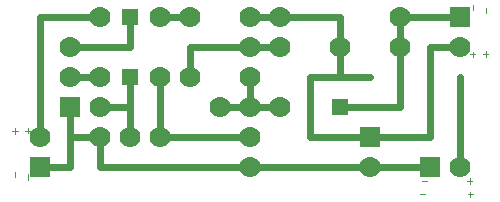
<source format=gbl>
G75*
%MOIN*%
%OFA0B0*%
%FSLAX25Y25*%
%IPPOS*%
%LPD*%
%AMOC8*
5,1,8,0,0,1.08239X$1,22.5*
%
%ADD10C,0.00300*%
%ADD11R,0.07000X0.07000*%
%ADD12C,0.07000*%
%ADD13R,0.05543X0.05543*%
%ADD14C,0.02400*%
D10*
X0008806Y0008270D02*
X0008806Y0010014D01*
X0004456Y0010811D02*
X0004456Y0009067D01*
X0004456Y0023606D02*
X0004456Y0025350D01*
X0005327Y0024478D02*
X0003584Y0024478D01*
X0007934Y0024603D02*
X0009678Y0024603D01*
X0008806Y0025475D02*
X0008806Y0023731D01*
X0139339Y0003429D02*
X0141082Y0003429D01*
X0141879Y0007779D02*
X0140135Y0007779D01*
X0155175Y0007779D02*
X0156918Y0007779D01*
X0156047Y0008651D02*
X0156047Y0006907D01*
X0156171Y0004301D02*
X0156171Y0002557D01*
X0157043Y0003429D02*
X0155299Y0003429D01*
X0156997Y0049192D02*
X0156997Y0050936D01*
X0157869Y0050064D02*
X0156125Y0050064D01*
X0160476Y0050114D02*
X0162219Y0050114D01*
X0161348Y0050985D02*
X0161348Y0049242D01*
X0161348Y0063781D02*
X0161348Y0065525D01*
X0156997Y0064653D02*
X0156997Y0066396D01*
D11*
X0152902Y0062333D03*
X0122902Y0022333D03*
X0142902Y0012333D03*
X0022902Y0032333D03*
X0012902Y0012333D03*
D12*
X0012902Y0022333D03*
X0032902Y0022333D03*
X0042902Y0022333D03*
X0052902Y0022333D03*
X0072902Y0032333D03*
X0082902Y0032333D03*
X0092902Y0032333D03*
X0082902Y0022333D03*
X0082902Y0012333D03*
X0122902Y0012333D03*
X0152902Y0012333D03*
X0082902Y0042333D03*
X0062902Y0042333D03*
X0052902Y0042333D03*
X0032902Y0042333D03*
X0022902Y0042333D03*
X0022902Y0052333D03*
X0032902Y0062333D03*
X0052902Y0062333D03*
X0062902Y0062333D03*
X0082902Y0062333D03*
X0092902Y0062333D03*
X0092902Y0052333D03*
X0082902Y0052333D03*
X0112902Y0052333D03*
X0132902Y0052333D03*
X0152902Y0052333D03*
X0152902Y0052333D03*
X0132902Y0062333D03*
X0032902Y0032333D03*
D13*
X0042902Y0042333D03*
X0042902Y0062333D03*
X0112902Y0032333D03*
D14*
X0132902Y0032333D01*
X0132902Y0052333D01*
X0132902Y0062333D01*
X0152902Y0062333D01*
X0152902Y0052333D02*
X0142902Y0052333D01*
X0142902Y0042333D01*
X0152902Y0042333D02*
X0152902Y0012333D01*
X0152902Y0012333D01*
X0142902Y0012333D02*
X0122902Y0012333D01*
X0082902Y0012333D01*
X0032902Y0012333D01*
X0032902Y0022333D01*
X0022902Y0022333D01*
X0022902Y0012333D01*
X0012902Y0012333D01*
X0012902Y0022333D02*
X0012902Y0062333D01*
X0032902Y0062333D01*
X0042902Y0062333D02*
X0042902Y0052333D01*
X0022902Y0052333D01*
X0022902Y0042333D02*
X0032902Y0042333D01*
X0042902Y0042333D02*
X0042902Y0042333D01*
X0042902Y0032333D01*
X0042902Y0022333D01*
X0052902Y0022333D02*
X0052902Y0042333D01*
X0062902Y0042333D02*
X0062902Y0052333D01*
X0082902Y0052333D01*
X0082902Y0052333D01*
X0092902Y0052333D01*
X0092902Y0062333D02*
X0082902Y0062333D01*
X0092902Y0062333D02*
X0092902Y0062333D01*
X0112902Y0062333D01*
X0112902Y0042333D01*
X0122902Y0042333D01*
X0102902Y0042333D01*
X0102902Y0022333D01*
X0122902Y0022333D01*
X0142902Y0022333D01*
X0142902Y0052333D01*
X0152902Y0052333D01*
X0122902Y0042333D02*
X0122902Y0042333D01*
X0092902Y0032333D02*
X0082902Y0032333D01*
X0072902Y0032333D01*
X0082902Y0032333D02*
X0082902Y0042333D01*
X0042902Y0032333D02*
X0032902Y0032333D01*
X0022902Y0032333D02*
X0022902Y0022333D01*
X0022902Y0022333D01*
X0052902Y0022333D02*
X0082902Y0022333D01*
X0062902Y0062333D02*
X0052902Y0062333D01*
M02*

</source>
